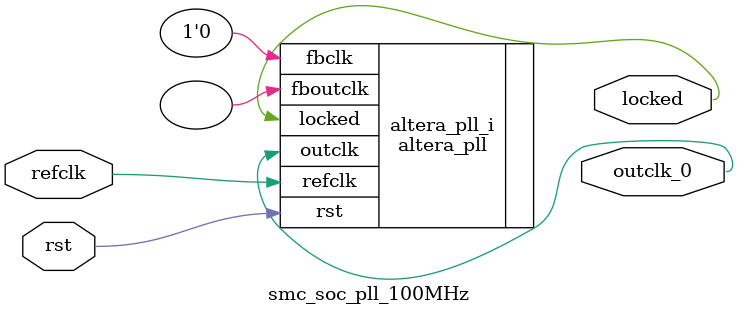
<source format=v>
`timescale 1ns/10ps
module  smc_soc_pll_100MHz(

	// interface 'refclk'
	input wire refclk,

	// interface 'reset'
	input wire rst,

	// interface 'outclk0'
	output wire outclk_0,

	// interface 'locked'
	output wire locked
);

	altera_pll #(
		.fractional_vco_multiplier("false"),
		.reference_clock_frequency("50.0 MHz"),
		.operation_mode("direct"),
		.number_of_clocks(1),
		.output_clock_frequency0("100.000000 MHz"),
		.phase_shift0("0 ps"),
		.duty_cycle0(50),
		.output_clock_frequency1("0 MHz"),
		.phase_shift1("0 ps"),
		.duty_cycle1(50),
		.output_clock_frequency2("0 MHz"),
		.phase_shift2("0 ps"),
		.duty_cycle2(50),
		.output_clock_frequency3("0 MHz"),
		.phase_shift3("0 ps"),
		.duty_cycle3(50),
		.output_clock_frequency4("0 MHz"),
		.phase_shift4("0 ps"),
		.duty_cycle4(50),
		.output_clock_frequency5("0 MHz"),
		.phase_shift5("0 ps"),
		.duty_cycle5(50),
		.output_clock_frequency6("0 MHz"),
		.phase_shift6("0 ps"),
		.duty_cycle6(50),
		.output_clock_frequency7("0 MHz"),
		.phase_shift7("0 ps"),
		.duty_cycle7(50),
		.output_clock_frequency8("0 MHz"),
		.phase_shift8("0 ps"),
		.duty_cycle8(50),
		.output_clock_frequency9("0 MHz"),
		.phase_shift9("0 ps"),
		.duty_cycle9(50),
		.output_clock_frequency10("0 MHz"),
		.phase_shift10("0 ps"),
		.duty_cycle10(50),
		.output_clock_frequency11("0 MHz"),
		.phase_shift11("0 ps"),
		.duty_cycle11(50),
		.output_clock_frequency12("0 MHz"),
		.phase_shift12("0 ps"),
		.duty_cycle12(50),
		.output_clock_frequency13("0 MHz"),
		.phase_shift13("0 ps"),
		.duty_cycle13(50),
		.output_clock_frequency14("0 MHz"),
		.phase_shift14("0 ps"),
		.duty_cycle14(50),
		.output_clock_frequency15("0 MHz"),
		.phase_shift15("0 ps"),
		.duty_cycle15(50),
		.output_clock_frequency16("0 MHz"),
		.phase_shift16("0 ps"),
		.duty_cycle16(50),
		.output_clock_frequency17("0 MHz"),
		.phase_shift17("0 ps"),
		.duty_cycle17(50),
		.pll_type("General"),
		.pll_subtype("General")
	) altera_pll_i (
		.rst	(rst),
		.outclk	({outclk_0}),
		.locked	(locked),
		.fboutclk	( ),
		.fbclk	(1'b0),
		.refclk	(refclk)
	);
endmodule


</source>
